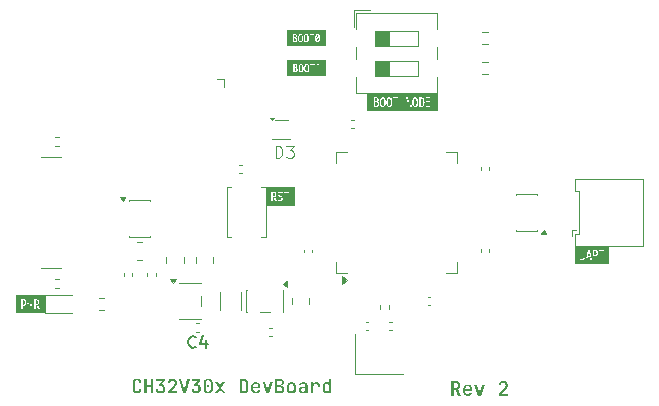
<source format=gbr>
%TF.GenerationSoftware,KiCad,Pcbnew,9.0.6*%
%TF.CreationDate,2025-12-11T07:51:36+01:00*%
%TF.ProjectId,ch32-baseboard-kicad,63683332-2d62-4617-9365-626f6172642d,rev?*%
%TF.SameCoordinates,PX5b8d800PY8954400*%
%TF.FileFunction,Legend,Top*%
%TF.FilePolarity,Positive*%
%FSLAX46Y46*%
G04 Gerber Fmt 4.6, Leading zero omitted, Abs format (unit mm)*
G04 Created by KiCad (PCBNEW 9.0.6) date 2025-12-11 07:51:36*
%MOMM*%
%LPD*%
G01*
G04 APERTURE LIST*
%ADD10C,0.100000*%
%ADD11C,0.150000*%
%ADD12C,0.120000*%
%ADD13C,0.000000*%
G04 APERTURE END LIST*
D10*
G36*
X38850476Y4722324D02*
G01*
X38916904Y4707274D01*
X38976060Y4683012D01*
X39029847Y4649013D01*
X39074310Y4607509D01*
X39110369Y4557936D01*
X39136464Y4502440D01*
X39152597Y4439728D01*
X39158217Y4368305D01*
X39151012Y4288524D01*
X39130187Y4218050D01*
X39096081Y4155081D01*
X39049900Y4100488D01*
X38994914Y4058236D01*
X38929898Y4027440D01*
X39175069Y3502000D01*
X38976939Y3502000D01*
X38748621Y4005678D01*
X38572327Y4005678D01*
X38572327Y3502000D01*
X38392735Y3502000D01*
X38392735Y4166805D01*
X38572327Y4166805D01*
X38775439Y4166805D01*
X38833705Y4173217D01*
X38881035Y4191273D01*
X38919860Y4220514D01*
X38949107Y4259382D01*
X38967161Y4306717D01*
X38973569Y4364935D01*
X38967048Y4424238D01*
X38948692Y4472355D01*
X38918981Y4511774D01*
X38879633Y4541640D01*
X38832528Y4559921D01*
X38775439Y4566362D01*
X38572327Y4566362D01*
X38572327Y4166805D01*
X38392735Y4166805D01*
X38392735Y4727562D01*
X38775439Y4727562D01*
X38850476Y4722324D01*
G37*
G36*
X39835768Y4436883D02*
G01*
X39901285Y4421796D01*
X39958796Y4397615D01*
X40010890Y4363700D01*
X40053987Y4322217D01*
X40088928Y4272538D01*
X40114122Y4217162D01*
X40129681Y4154950D01*
X40135090Y4084520D01*
X40135090Y3918337D01*
X39560924Y3918337D01*
X39560924Y3842793D01*
X39567493Y3780023D01*
X39585695Y3730668D01*
X39614633Y3691704D01*
X39653494Y3662541D01*
X39701339Y3644447D01*
X39760739Y3637995D01*
X39832184Y3645414D01*
X39886622Y3665692D01*
X39916506Y3687239D01*
X39936147Y3712446D01*
X39947072Y3742042D01*
X40126664Y3742042D01*
X40112235Y3686005D01*
X40088031Y3636820D01*
X40053764Y3593336D01*
X40008328Y3554904D01*
X39938677Y3517100D01*
X39857067Y3493533D01*
X39760739Y3485221D01*
X39676840Y3491953D01*
X39604840Y3511102D01*
X39542645Y3541812D01*
X39488677Y3584213D01*
X39444881Y3636763D01*
X39413153Y3698094D01*
X39393316Y3769925D01*
X39386315Y3854589D01*
X39386315Y4072796D01*
X39387285Y4084520D01*
X39560924Y4084520D01*
X39560924Y4045905D01*
X39960481Y4045905D01*
X39960481Y4086205D01*
X39954016Y4152578D01*
X39936270Y4204074D01*
X39908457Y4244035D01*
X39870422Y4273968D01*
X39822195Y4292687D01*
X39760739Y4299429D01*
X39699353Y4292599D01*
X39651097Y4273606D01*
X39612948Y4243155D01*
X39585104Y4202701D01*
X39567370Y4150904D01*
X39560924Y4084520D01*
X39387285Y4084520D01*
X39393315Y4157421D01*
X39413150Y4229228D01*
X39444878Y4290549D01*
X39488677Y4343100D01*
X39542649Y4385535D01*
X39604846Y4416267D01*
X39676845Y4435429D01*
X39760739Y4442164D01*
X39835768Y4436883D01*
G37*
G36*
X40651957Y3502000D02*
G01*
X40339668Y4425385D01*
X40531057Y4425385D01*
X40720760Y3834439D01*
X40750949Y3731125D01*
X40771099Y3646348D01*
X40788757Y3731125D01*
X40816454Y3834439D01*
X41004473Y4425385D01*
X41195861Y4425385D01*
X40885258Y3502000D01*
X40651957Y3502000D01*
G37*
G36*
X42412557Y3502000D02*
G01*
X42412557Y3666498D01*
X42837320Y4111411D01*
X42900507Y4187690D01*
X42939682Y4252388D01*
X42963957Y4318321D01*
X42971629Y4380029D01*
X42965383Y4439538D01*
X42947821Y4487977D01*
X42919532Y4527747D01*
X42881609Y4557919D01*
X42834915Y4576523D01*
X42776870Y4583141D01*
X42717753Y4576371D01*
X42669609Y4557240D01*
X42629958Y4526062D01*
X42600305Y4485002D01*
X42581912Y4434919D01*
X42575369Y4373288D01*
X42394092Y4373288D01*
X42401636Y4446981D01*
X42418893Y4511702D01*
X42445310Y4568853D01*
X42481471Y4620152D01*
X42525958Y4663047D01*
X42579619Y4698180D01*
X42638866Y4723349D01*
X42705285Y4738926D01*
X42780240Y4744342D01*
X42855275Y4739083D01*
X42921106Y4724033D01*
X42979176Y4699865D01*
X43031835Y4665932D01*
X43075465Y4624443D01*
X43110921Y4574788D01*
X43136562Y4519295D01*
X43152431Y4456552D01*
X43157962Y4385085D01*
X43153080Y4325557D01*
X43138019Y4263685D01*
X43111800Y4198679D01*
X43076954Y4137638D01*
X43026229Y4069189D01*
X42956461Y3992196D01*
X42637505Y3666498D01*
X43171371Y3666498D01*
X43171371Y3502000D01*
X42412557Y3502000D01*
G37*
G36*
X11767086Y3687221D02*
G01*
X11681221Y3693870D01*
X11608264Y3712684D01*
X11545966Y3742650D01*
X11492606Y3783721D01*
X11448966Y3835081D01*
X11417512Y3894554D01*
X11397936Y3963729D01*
X11391050Y4044793D01*
X11391050Y4588770D01*
X11397976Y4670761D01*
X11417612Y4740314D01*
X11449071Y4799720D01*
X11492606Y4850647D01*
X11545915Y4891345D01*
X11608194Y4921067D01*
X11681170Y4939740D01*
X11767086Y4946342D01*
X11852029Y4939713D01*
X11924440Y4920926D01*
X11986502Y4890944D01*
X12039881Y4849768D01*
X12083519Y4798444D01*
X12114972Y4738996D01*
X12134550Y4669835D01*
X12141437Y4588770D01*
X11960160Y4588770D01*
X11953810Y4650536D01*
X11936379Y4698123D01*
X11908942Y4734803D01*
X11871899Y4761987D01*
X11825507Y4779020D01*
X11767086Y4785141D01*
X11707523Y4778981D01*
X11660622Y4761912D01*
X11623545Y4734803D01*
X11596107Y4698123D01*
X11578677Y4650536D01*
X11572327Y4588770D01*
X11572327Y4044793D01*
X11578675Y3983025D01*
X11596104Y3935411D01*
X11623545Y3898686D01*
X11660622Y3871577D01*
X11707523Y3854508D01*
X11767086Y3848348D01*
X11825507Y3854469D01*
X11871899Y3871503D01*
X11908942Y3898686D01*
X11936382Y3935411D01*
X11953812Y3983025D01*
X11960160Y4044793D01*
X12141437Y4044793D01*
X12134551Y3963729D01*
X12114975Y3894554D01*
X12083521Y3835081D01*
X12039881Y3783721D01*
X11986506Y3742580D01*
X11924446Y3712620D01*
X11852033Y3693845D01*
X11767086Y3687221D01*
G37*
G36*
X12399797Y3704000D02*
G01*
X12399797Y4929562D01*
X12581074Y4929562D01*
X12581074Y4419217D01*
X12940331Y4419217D01*
X12940331Y4929562D01*
X13121681Y4929562D01*
X13121681Y3704000D01*
X12940331Y3704000D01*
X12940331Y4256331D01*
X12581074Y4256331D01*
X12581074Y3704000D01*
X12399797Y3704000D01*
G37*
G36*
X13752634Y3687221D02*
G01*
X13664862Y3693817D01*
X13590789Y3712411D01*
X13528042Y3741878D01*
X13474783Y3782036D01*
X13431121Y3832603D01*
X13399677Y3891248D01*
X13380112Y3959559D01*
X13373227Y4039737D01*
X13554577Y4039737D01*
X13560984Y3982695D01*
X13579025Y3936517D01*
X13608286Y3898760D01*
X13647017Y3870577D01*
X13694839Y3853013D01*
X13754319Y3846736D01*
X13813799Y3853013D01*
X13861621Y3870577D01*
X13900352Y3898760D01*
X13929656Y3936523D01*
X13947720Y3982701D01*
X13954134Y4039737D01*
X13954134Y4127078D01*
X13947638Y4186385D01*
X13929498Y4233589D01*
X13900352Y4271425D01*
X13861615Y4299651D01*
X13813794Y4317238D01*
X13754319Y4323522D01*
X13611657Y4323522D01*
X13611657Y4474611D01*
X13902110Y4768362D01*
X13411842Y4768362D01*
X13411842Y4929562D01*
X14103538Y4929562D01*
X14103538Y4770047D01*
X13814769Y4477908D01*
X13888225Y4464758D01*
X13950798Y4442085D01*
X14004216Y4410426D01*
X14049755Y4369611D01*
X14086553Y4320754D01*
X14113135Y4265231D01*
X14129638Y4201784D01*
X14135411Y4128763D01*
X14135411Y4039737D01*
X14128432Y3959667D01*
X14108582Y3891393D01*
X14076631Y3832709D01*
X14032170Y3782036D01*
X13978136Y3741826D01*
X13914809Y3712357D01*
X13840406Y3693794D01*
X13752634Y3687221D01*
G37*
G36*
X14405495Y3704000D02*
G01*
X14405495Y3868498D01*
X14830258Y4313411D01*
X14893444Y4389690D01*
X14932620Y4454388D01*
X14956895Y4520321D01*
X14964567Y4582029D01*
X14958320Y4641538D01*
X14940759Y4689977D01*
X14912470Y4729747D01*
X14874547Y4759919D01*
X14827853Y4778523D01*
X14769808Y4785141D01*
X14710690Y4778371D01*
X14662547Y4759240D01*
X14622896Y4728062D01*
X14593243Y4687002D01*
X14574850Y4636919D01*
X14568307Y4575288D01*
X14387030Y4575288D01*
X14394574Y4648981D01*
X14411831Y4713702D01*
X14438248Y4770853D01*
X14474409Y4822152D01*
X14518896Y4865047D01*
X14572557Y4900180D01*
X14631804Y4925349D01*
X14698223Y4940926D01*
X14773178Y4946342D01*
X14848213Y4941083D01*
X14914044Y4926033D01*
X14972114Y4901865D01*
X15024773Y4867932D01*
X15068403Y4826443D01*
X15103859Y4776788D01*
X15129499Y4721295D01*
X15145369Y4658552D01*
X15150900Y4587085D01*
X15146018Y4527557D01*
X15130957Y4465685D01*
X15104738Y4400679D01*
X15069892Y4339638D01*
X15019167Y4271189D01*
X14949399Y4194196D01*
X14630443Y3868498D01*
X15164309Y3868498D01*
X15164309Y3704000D01*
X14405495Y3704000D01*
G37*
G36*
X15661025Y3704000D02*
G01*
X15350422Y4929562D01*
X15535143Y4929562D01*
X15733199Y4113669D01*
X15765073Y3969248D01*
X15785223Y3860145D01*
X15806252Y3970054D01*
X15839005Y4115281D01*
X16028709Y4929562D01*
X16215041Y4929562D01*
X15902752Y3704000D01*
X15661025Y3704000D01*
G37*
G36*
X16773820Y3687221D02*
G01*
X16686048Y3693817D01*
X16611975Y3712411D01*
X16549228Y3741878D01*
X16495969Y3782036D01*
X16452307Y3832603D01*
X16420863Y3891248D01*
X16401298Y3959559D01*
X16394413Y4039737D01*
X16575764Y4039737D01*
X16582171Y3982695D01*
X16600211Y3936517D01*
X16629473Y3898760D01*
X16668204Y3870577D01*
X16716025Y3853013D01*
X16775505Y3846736D01*
X16834985Y3853013D01*
X16882807Y3870577D01*
X16921538Y3898760D01*
X16950843Y3936523D01*
X16968906Y3982701D01*
X16975321Y4039737D01*
X16975321Y4127078D01*
X16968824Y4186385D01*
X16950684Y4233589D01*
X16921538Y4271425D01*
X16882802Y4299651D01*
X16834980Y4317238D01*
X16775505Y4323522D01*
X16632843Y4323522D01*
X16632843Y4474611D01*
X16923297Y4768362D01*
X16433028Y4768362D01*
X16433028Y4929562D01*
X17124724Y4929562D01*
X17124724Y4770047D01*
X16835956Y4477908D01*
X16909411Y4464758D01*
X16971984Y4442085D01*
X17025402Y4410426D01*
X17070942Y4369611D01*
X17107739Y4320754D01*
X17134321Y4265231D01*
X17150824Y4201784D01*
X17156598Y4128763D01*
X17156598Y4039737D01*
X17149619Y3959667D01*
X17129768Y3891393D01*
X17097818Y3832709D01*
X17053356Y3782036D01*
X16999323Y3741826D01*
X16935996Y3712357D01*
X16861592Y3693794D01*
X16773820Y3687221D01*
G37*
G36*
X17839502Y4414021D02*
G01*
X17872400Y4394817D01*
X17894085Y4364426D01*
X17901782Y4321837D01*
X17894042Y4277572D01*
X17872400Y4246220D01*
X17839436Y4226396D01*
X17796050Y4219402D01*
X17752600Y4226399D01*
X17719626Y4246220D01*
X17697984Y4277572D01*
X17690244Y4321837D01*
X17697941Y4364426D01*
X17719626Y4394817D01*
X17752534Y4414019D01*
X17796050Y4420829D01*
X17839502Y4414021D01*
G37*
G36*
X17882611Y4939533D02*
G01*
X17956198Y4920253D01*
X18019091Y4889503D01*
X18073021Y4847277D01*
X18117158Y4794670D01*
X18148882Y4734310D01*
X18168558Y4664684D01*
X18175457Y4583714D01*
X18175457Y4051534D01*
X18169913Y3978925D01*
X18154029Y3915340D01*
X18128415Y3859266D01*
X18092940Y3809044D01*
X18049303Y3766997D01*
X17996671Y3732504D01*
X17938537Y3707934D01*
X17872181Y3692595D01*
X17796050Y3687221D01*
X17709444Y3694027D01*
X17635831Y3713296D01*
X17572930Y3744023D01*
X17519005Y3786213D01*
X17474948Y3838806D01*
X17443217Y3899418D01*
X17423496Y3969614D01*
X17416570Y4051534D01*
X17416570Y4583714D01*
X17589494Y4583714D01*
X17589494Y4051534D01*
X17596168Y3991161D01*
X17615052Y3941595D01*
X17645767Y3900445D01*
X17686484Y3869286D01*
X17735757Y3850139D01*
X17796050Y3843365D01*
X17856340Y3850141D01*
X17905587Y3869289D01*
X17946259Y3900445D01*
X17976974Y3941595D01*
X17995858Y3991161D01*
X18002533Y4051534D01*
X18002533Y4583714D01*
X17995899Y4642957D01*
X17977054Y4692003D01*
X17946259Y4733118D01*
X17905587Y4764274D01*
X17856340Y4783422D01*
X17796050Y4790197D01*
X17735757Y4783423D01*
X17686484Y4764277D01*
X17645767Y4733118D01*
X17614973Y4692003D01*
X17596127Y4642957D01*
X17589494Y4583714D01*
X17416570Y4583714D01*
X17423468Y4664684D01*
X17443144Y4734310D01*
X17474868Y4794670D01*
X17519005Y4847277D01*
X17572934Y4889500D01*
X17635837Y4920250D01*
X17709448Y4939531D01*
X17796050Y4946342D01*
X17882611Y4939533D01*
G37*
G36*
X18371608Y3704000D02*
G01*
X18695621Y4180787D01*
X18391758Y4627385D01*
X18599926Y4627385D01*
X18762812Y4372176D01*
X18786259Y4329311D01*
X18804797Y4291576D01*
X18820697Y4329311D01*
X18845024Y4372176D01*
X19006224Y4627385D01*
X19216078Y4627385D01*
X18912215Y4179102D01*
X19234542Y3704000D01*
X19026374Y3704000D01*
X18846709Y3980972D01*
X18823189Y4026328D01*
X18804797Y4066628D01*
X18784574Y4026328D01*
X18759441Y3980972D01*
X18579776Y3704000D01*
X18371608Y3704000D01*
G37*
G36*
X20874865Y4924084D02*
G01*
X20944269Y4908444D01*
X21005181Y4883400D01*
X21060460Y4848081D01*
X21106351Y4804633D01*
X21143740Y4752388D01*
X21170816Y4694045D01*
X21187488Y4628772D01*
X21193272Y4555138D01*
X21193272Y4081722D01*
X21187416Y4005827D01*
X21170677Y3939779D01*
X21143740Y3881907D01*
X21106442Y3830198D01*
X21060557Y3786748D01*
X21005181Y3750968D01*
X20944222Y3725473D01*
X20874822Y3709568D01*
X20795401Y3704000D01*
X20452923Y3704000D01*
X20452923Y3866813D01*
X20634200Y3866813D01*
X20795401Y3866813D01*
X20859151Y3873653D01*
X20910853Y3892879D01*
X20953157Y3923892D01*
X20985018Y3965375D01*
X21004832Y4017001D01*
X21011922Y4081722D01*
X21011922Y4555138D01*
X21004932Y4617609D01*
X20985206Y4668501D01*
X20953157Y4710403D01*
X20910787Y4741931D01*
X20859085Y4761432D01*
X20795401Y4768362D01*
X20634200Y4768362D01*
X20634200Y3866813D01*
X20452923Y3866813D01*
X20452923Y4929562D01*
X20795401Y4929562D01*
X20874865Y4924084D01*
G37*
G36*
X21899327Y4638883D02*
G01*
X21964844Y4623796D01*
X22022355Y4599615D01*
X22074449Y4565700D01*
X22117546Y4524217D01*
X22152487Y4474538D01*
X22177681Y4419162D01*
X22193240Y4356950D01*
X22198649Y4286520D01*
X22198649Y4120337D01*
X21624483Y4120337D01*
X21624483Y4044793D01*
X21631052Y3982023D01*
X21649254Y3932668D01*
X21678192Y3893704D01*
X21717053Y3864541D01*
X21764898Y3846447D01*
X21824298Y3839995D01*
X21895743Y3847414D01*
X21950181Y3867692D01*
X21980065Y3889239D01*
X21999706Y3914446D01*
X22010631Y3944042D01*
X22190223Y3944042D01*
X22175794Y3888005D01*
X22151590Y3838820D01*
X22117323Y3795336D01*
X22071887Y3756904D01*
X22002236Y3719100D01*
X21920626Y3695533D01*
X21824298Y3687221D01*
X21740399Y3693953D01*
X21668399Y3713102D01*
X21606204Y3743812D01*
X21552236Y3786213D01*
X21508440Y3838763D01*
X21476712Y3900094D01*
X21456875Y3971925D01*
X21449874Y4056589D01*
X21449874Y4274796D01*
X21450844Y4286520D01*
X21624483Y4286520D01*
X21624483Y4247905D01*
X22024040Y4247905D01*
X22024040Y4288205D01*
X22017575Y4354578D01*
X21999829Y4406074D01*
X21972016Y4446035D01*
X21933981Y4475968D01*
X21885754Y4494687D01*
X21824298Y4501429D01*
X21762912Y4494599D01*
X21714656Y4475606D01*
X21676507Y4445155D01*
X21648663Y4404701D01*
X21630929Y4352904D01*
X21624483Y4286520D01*
X21450844Y4286520D01*
X21456874Y4359421D01*
X21476709Y4431228D01*
X21508437Y4492549D01*
X21552236Y4545100D01*
X21606208Y4587535D01*
X21668405Y4618267D01*
X21740404Y4637429D01*
X21824298Y4644164D01*
X21899327Y4638883D01*
G37*
G36*
X22715516Y3704000D02*
G01*
X22403227Y4627385D01*
X22594616Y4627385D01*
X22784319Y4036439D01*
X22814508Y3933125D01*
X22834658Y3848348D01*
X22852316Y3933125D01*
X22880013Y4036439D01*
X23068032Y4627385D01*
X23259420Y4627385D01*
X22948817Y3704000D01*
X22715516Y3704000D01*
G37*
G36*
X23925081Y4923588D02*
G01*
X23997980Y4906811D01*
X24059412Y4880408D01*
X24111217Y4844786D01*
X24154474Y4799044D01*
X24185321Y4746099D01*
X24204394Y4684521D01*
X24211088Y4612218D01*
X24204420Y4549371D01*
X24184914Y4493073D01*
X24152323Y4441785D01*
X24109159Y4399321D01*
X24058741Y4369645D01*
X23999549Y4352026D01*
X23999549Y4346970D01*
X24066296Y4330115D01*
X24124626Y4296631D01*
X24172986Y4249348D01*
X24209403Y4190825D01*
X24231889Y4124269D01*
X24239665Y4048163D01*
X24232787Y3970710D01*
X24213172Y3904348D01*
X24181489Y3846982D01*
X24137229Y3797130D01*
X24083658Y3757590D01*
X24021126Y3728645D01*
X23947927Y3710438D01*
X23861870Y3704000D01*
X23477480Y3704000D01*
X23477480Y3860145D01*
X23653702Y3860145D01*
X23846775Y3860145D01*
X23910818Y3866582D01*
X23961927Y3884491D01*
X24002920Y3912975D01*
X24034115Y3951563D01*
X24053231Y3998600D01*
X24060000Y4056589D01*
X24053244Y4116903D01*
X24034109Y4166468D01*
X24002920Y4207678D01*
X23961602Y4238631D01*
X23910490Y4257880D01*
X23846775Y4264758D01*
X23653702Y4264758D01*
X23653702Y3860145D01*
X23477480Y3860145D01*
X23477480Y4415846D01*
X23653702Y4415846D01*
X23836737Y4415846D01*
X23894238Y4421633D01*
X23940711Y4437820D01*
X23978520Y4463693D01*
X24007398Y4498734D01*
X24025128Y4541845D01*
X24031423Y4595438D01*
X24025256Y4648018D01*
X24007837Y4690634D01*
X23979399Y4725571D01*
X23942086Y4751414D01*
X23895910Y4767613D01*
X23838422Y4773418D01*
X23653702Y4773418D01*
X23653702Y4415846D01*
X23477480Y4415846D01*
X23477480Y4929562D01*
X23838422Y4929562D01*
X23925081Y4923588D01*
G37*
G36*
X24931257Y4635714D02*
G01*
X25004008Y4616577D01*
X25066036Y4586080D01*
X25119085Y4544220D01*
X25162025Y4492204D01*
X25193271Y4430993D01*
X25212888Y4358773D01*
X25219836Y4273111D01*
X25219836Y4058201D01*
X25212881Y3973525D01*
X25193185Y3901699D01*
X25161700Y3840398D01*
X25118279Y3787898D01*
X25064748Y3745595D01*
X25002632Y3714881D01*
X24930276Y3695675D01*
X24845484Y3688906D01*
X24760695Y3695674D01*
X24688325Y3714878D01*
X24626183Y3745593D01*
X24572616Y3787898D01*
X24529196Y3840398D01*
X24497711Y3901699D01*
X24478014Y3973525D01*
X24471060Y4058201D01*
X24471060Y4273111D01*
X24472017Y4284908D01*
X24652411Y4284908D01*
X24652411Y4046478D01*
X24658732Y3984690D01*
X24676126Y3936775D01*
X24703555Y3899566D01*
X24740668Y3871874D01*
X24787083Y3854562D01*
X24845484Y3848348D01*
X24903835Y3854562D01*
X24950201Y3871873D01*
X24987267Y3899566D01*
X25014739Y3936781D01*
X25032156Y3984696D01*
X25038485Y4046478D01*
X25038485Y4284908D01*
X25032155Y4346688D01*
X25014736Y4394576D01*
X24987267Y4431746D01*
X24950201Y4459439D01*
X24903835Y4476750D01*
X24845484Y4482964D01*
X24787083Y4476750D01*
X24740668Y4459438D01*
X24703555Y4431746D01*
X24676129Y4394582D01*
X24658733Y4346694D01*
X24652411Y4284908D01*
X24472017Y4284908D01*
X24478007Y4358773D01*
X24497625Y4430993D01*
X24528871Y4492204D01*
X24571810Y4544220D01*
X24624895Y4586083D01*
X24686949Y4616580D01*
X24759714Y4635715D01*
X24845484Y4642479D01*
X24931257Y4635714D01*
G37*
G36*
X25941979Y4638327D02*
G01*
X26013286Y4622056D01*
X26072307Y4596667D01*
X26121092Y4562685D01*
X26161557Y4518900D01*
X26190650Y4467516D01*
X26208775Y4407019D01*
X26215174Y4335246D01*
X26215174Y3704000D01*
X26037194Y3704000D01*
X26037194Y3876924D01*
X26035509Y3876924D01*
X26020763Y3821416D01*
X25993093Y3775589D01*
X25951538Y3737559D01*
X25901035Y3710696D01*
X25838240Y3693457D01*
X25760150Y3687221D01*
X25690220Y3692698D01*
X25630709Y3708213D01*
X25579792Y3732961D01*
X25536081Y3766942D01*
X25500104Y3809377D01*
X25474389Y3857540D01*
X25458526Y3912555D01*
X25452990Y3975989D01*
X25454224Y3989398D01*
X25634267Y3989398D01*
X25639781Y3944535D01*
X25655440Y3907957D01*
X25681235Y3877730D01*
X25714873Y3855751D01*
X25757693Y3841720D01*
X25812247Y3836624D01*
X25878816Y3842723D01*
X25931842Y3859606D01*
X25974180Y3886157D01*
X26007142Y3922732D01*
X26026914Y3966455D01*
X26033824Y4019587D01*
X26033824Y4138802D01*
X25792096Y4138802D01*
X25745679Y4133779D01*
X25707973Y4119649D01*
X25677058Y4096816D01*
X25653466Y4066568D01*
X25639226Y4031266D01*
X25634267Y3989398D01*
X25454224Y3989398D01*
X25458877Y4039972D01*
X25475765Y4095387D01*
X25503249Y4143896D01*
X25541943Y4186649D01*
X25588419Y4220585D01*
X25642354Y4245385D01*
X25705151Y4260951D01*
X25778614Y4266443D01*
X26033824Y4266443D01*
X26033824Y4333561D01*
X26026225Y4392436D01*
X26005564Y4435013D01*
X25972416Y4465570D01*
X25923880Y4485525D01*
X25854232Y4493076D01*
X25801165Y4489284D01*
X25758733Y4478865D01*
X25724905Y4462814D01*
X25697061Y4439574D01*
X25680131Y4412038D01*
X25672882Y4378917D01*
X25494902Y4378917D01*
X25504607Y4434397D01*
X25524847Y4483919D01*
X25555908Y4528687D01*
X25599023Y4569426D01*
X25648305Y4600781D01*
X25706393Y4624086D01*
X25774913Y4638898D01*
X25855844Y4644164D01*
X25941979Y4638327D01*
G37*
G36*
X26530540Y3704000D02*
G01*
X26530540Y4627385D01*
X26710132Y4627385D01*
X26710132Y4446035D01*
X26725364Y4504406D01*
X26751598Y4552160D01*
X26789047Y4591261D01*
X26835400Y4619765D01*
X26892150Y4637731D01*
X26961971Y4644164D01*
X27032329Y4638062D01*
X27091387Y4620825D01*
X27141284Y4593272D01*
X27183548Y4555138D01*
X27216559Y4508850D01*
X27241133Y4453070D01*
X27256839Y4385905D01*
X27262463Y4304984D01*
X27262463Y4222772D01*
X27081186Y4222772D01*
X27081186Y4300002D01*
X27075349Y4360622D01*
X27059558Y4406103D01*
X27035171Y4440030D01*
X27001775Y4464644D01*
X26957274Y4480494D01*
X26898224Y4486335D01*
X26840034Y4479868D01*
X26794862Y4461981D01*
X26759665Y4433432D01*
X26734275Y4395408D01*
X26717857Y4345391D01*
X26711817Y4279852D01*
X26711817Y3704000D01*
X26530540Y3704000D01*
G37*
G36*
X28229298Y3704000D02*
G01*
X28049633Y3704000D01*
X28049633Y3878610D01*
X28031485Y3821492D01*
X28003311Y3775085D01*
X27964856Y3737559D01*
X27918292Y3710234D01*
X27863291Y3693228D01*
X27797794Y3687221D01*
X27730533Y3693460D01*
X27672564Y3711326D01*
X27622077Y3740363D01*
X27577829Y3781230D01*
X27543072Y3830181D01*
X27517495Y3887611D01*
X27501342Y3955126D01*
X27495617Y4034754D01*
X27495617Y4293261D01*
X27676967Y4293261D01*
X27676967Y4039737D01*
X27683293Y3973225D01*
X27700104Y3925285D01*
X27725621Y3891213D01*
X27760705Y3866404D01*
X27805147Y3850721D01*
X27861615Y3845051D01*
X27917526Y3851385D01*
X27962280Y3869148D01*
X27998415Y3897880D01*
X28024909Y3936023D01*
X28041800Y3985069D01*
X28047948Y4048163D01*
X28047948Y4284908D01*
X28041835Y4346853D01*
X28024976Y4395365D01*
X27998415Y4433432D01*
X27962274Y4462207D01*
X27917521Y4479993D01*
X27861615Y4486335D01*
X27805147Y4480665D01*
X27760705Y4464982D01*
X27725621Y4440173D01*
X27700039Y4406133D01*
X27683259Y4358660D01*
X27676967Y4293261D01*
X27495617Y4293261D01*
X27495617Y4294946D01*
X27501365Y4375499D01*
X27517555Y4443558D01*
X27543137Y4501221D01*
X27577829Y4550155D01*
X27622077Y4591022D01*
X27672564Y4620060D01*
X27730533Y4637925D01*
X27797794Y4644164D01*
X27862175Y4638218D01*
X27917259Y4621247D01*
X27964856Y4593753D01*
X28004488Y4556185D01*
X28033758Y4509778D01*
X28053004Y4452776D01*
X28047948Y4666000D01*
X28047948Y4929562D01*
X28229298Y4929562D01*
X28229298Y3704000D01*
G37*
D11*
X16740833Y7640420D02*
X16693214Y7592800D01*
X16693214Y7592800D02*
X16550357Y7545181D01*
X16550357Y7545181D02*
X16455119Y7545181D01*
X16455119Y7545181D02*
X16312262Y7592800D01*
X16312262Y7592800D02*
X16217024Y7688039D01*
X16217024Y7688039D02*
X16169405Y7783277D01*
X16169405Y7783277D02*
X16121786Y7973753D01*
X16121786Y7973753D02*
X16121786Y8116610D01*
X16121786Y8116610D02*
X16169405Y8307086D01*
X16169405Y8307086D02*
X16217024Y8402324D01*
X16217024Y8402324D02*
X16312262Y8497562D01*
X16312262Y8497562D02*
X16455119Y8545181D01*
X16455119Y8545181D02*
X16550357Y8545181D01*
X16550357Y8545181D02*
X16693214Y8497562D01*
X16693214Y8497562D02*
X16740833Y8449943D01*
X17597976Y8211848D02*
X17597976Y7545181D01*
X17359881Y8592800D02*
X17121786Y7878515D01*
X17121786Y7878515D02*
X17740833Y7878515D01*
D10*
X23515905Y23637581D02*
X23515905Y24637581D01*
X23515905Y24637581D02*
X23754000Y24637581D01*
X23754000Y24637581D02*
X23896857Y24589962D01*
X23896857Y24589962D02*
X23992095Y24494724D01*
X23992095Y24494724D02*
X24039714Y24399486D01*
X24039714Y24399486D02*
X24087333Y24209010D01*
X24087333Y24209010D02*
X24087333Y24066153D01*
X24087333Y24066153D02*
X24039714Y23875677D01*
X24039714Y23875677D02*
X23992095Y23780439D01*
X23992095Y23780439D02*
X23896857Y23685200D01*
X23896857Y23685200D02*
X23754000Y23637581D01*
X23754000Y23637581D02*
X23515905Y23637581D01*
X24420667Y24637581D02*
X25039714Y24637581D01*
X25039714Y24637581D02*
X24706381Y24256629D01*
X24706381Y24256629D02*
X24849238Y24256629D01*
X24849238Y24256629D02*
X24944476Y24209010D01*
X24944476Y24209010D02*
X24992095Y24161391D01*
X24992095Y24161391D02*
X25039714Y24066153D01*
X25039714Y24066153D02*
X25039714Y23828058D01*
X25039714Y23828058D02*
X24992095Y23732820D01*
X24992095Y23732820D02*
X24944476Y23685200D01*
X24944476Y23685200D02*
X24849238Y23637581D01*
X24849238Y23637581D02*
X24563524Y23637581D01*
X24563524Y23637581D02*
X24468286Y23685200D01*
X24468286Y23685200D02*
X24420667Y23732820D01*
D12*
%TO.C,R3*%
X11772936Y15015000D02*
X12227064Y15015000D01*
X11772936Y16485000D02*
X12227064Y16485000D01*
%TO.C,R5*%
X8987258Y11772500D02*
X8512742Y11772500D01*
X8987258Y10727500D02*
X8512742Y10727500D01*
%TO.C,R2*%
X4846359Y25380000D02*
X5153641Y25380000D01*
X4846359Y24620000D02*
X5153641Y24620000D01*
%TO.C,C6*%
X22962164Y9260000D02*
X23177836Y9260000D01*
X22962164Y8540000D02*
X23177836Y8540000D01*
%TO.C,C12*%
X25890000Y15622164D02*
X25890000Y15837836D01*
X26610000Y15622164D02*
X26610000Y15837836D01*
%TO.C,C7*%
X24865000Y11238748D02*
X24865000Y11761252D01*
X26335000Y11238748D02*
X26335000Y11761252D01*
%TO.C,D4*%
X43840000Y20560000D02*
X45660000Y20560000D01*
X43840000Y20510000D02*
X43840000Y20560000D01*
X43840000Y17440000D02*
X43840000Y17490000D01*
X45660000Y20560000D02*
X45660000Y20510000D01*
X45660000Y17490000D02*
X45660000Y17440000D01*
X45660000Y17440000D02*
X43840000Y17440000D01*
X46440000Y17160000D02*
X45960000Y17160000D01*
X46200000Y17490000D01*
X46440000Y17160000D01*
G36*
X46440000Y17160000D02*
G01*
X45960000Y17160000D01*
X46200000Y17490000D01*
X46440000Y17160000D01*
G37*
%TO.C,C2*%
X12640000Y13857836D02*
X12640000Y13642164D01*
X13360000Y13857836D02*
X13360000Y13642164D01*
%TO.C,R8*%
X32370000Y10846359D02*
X32370000Y11153641D01*
X33130000Y10846359D02*
X33130000Y11153641D01*
%TO.C,C4*%
X17015336Y9610000D02*
X16799664Y9610000D01*
X17015336Y8890000D02*
X16799664Y8890000D01*
%TO.C,J1*%
X3600000Y23670000D02*
X5300000Y23670000D01*
X3600000Y14330000D02*
X5300000Y14330000D01*
%TO.C,D1*%
X11090000Y20060000D02*
X12910000Y20060000D01*
X11090000Y20010000D02*
X11090000Y20060000D01*
X11090000Y16940000D02*
X11090000Y16990000D01*
X12910000Y20060000D02*
X12910000Y20010000D01*
X12910000Y16990000D02*
X12910000Y16940000D01*
X12910000Y16940000D02*
X11090000Y16940000D01*
X10550000Y20010000D02*
X10310000Y20340000D01*
X10790000Y20340000D01*
X10550000Y20010000D01*
G36*
X10550000Y20010000D02*
G01*
X10310000Y20340000D01*
X10790000Y20340000D01*
X10550000Y20010000D01*
G37*
%TO.C,SW1*%
X30100000Y36120000D02*
X30100000Y34737000D01*
X30100000Y36120000D02*
X31483000Y36120000D01*
X30340000Y35880000D02*
X30340000Y34570000D01*
X30340000Y35880000D02*
X37160000Y35880000D01*
X30340000Y32970000D02*
X30340000Y32030000D01*
X30340000Y30430000D02*
X30340000Y29120000D01*
X30340000Y29120000D02*
X37160000Y29120000D01*
X33146667Y34405000D02*
X33146667Y33135000D01*
X33146667Y31865000D02*
X33146667Y30595000D01*
X37160000Y35880000D02*
X37160000Y34570000D01*
X37160000Y32970000D02*
X37160000Y32030000D01*
X37160000Y30430000D02*
X37160000Y29120000D01*
X31940000Y34405000D02*
X33146667Y34405000D01*
X33146667Y33135000D01*
X31940000Y33135000D01*
X31940000Y34405000D01*
G36*
X31940000Y34405000D02*
G01*
X33146667Y34405000D01*
X33146667Y33135000D01*
X31940000Y33135000D01*
X31940000Y34405000D01*
G37*
X31940000Y34405000D02*
X35560000Y34405000D01*
X35560000Y33135000D01*
X31940000Y33135000D01*
X31940000Y34405000D01*
X31940000Y31865000D02*
X33146667Y31865000D01*
X33146667Y30595000D01*
X31940000Y30595000D01*
X31940000Y31865000D01*
G36*
X31940000Y31865000D02*
G01*
X33146667Y31865000D01*
X33146667Y30595000D01*
X31940000Y30595000D01*
X31940000Y31865000D01*
G37*
X31940000Y31865000D02*
X35560000Y31865000D01*
X35560000Y30595000D01*
X31940000Y30595000D01*
X31940000Y31865000D01*
%TO.C,C14*%
X33142164Y9760000D02*
X33357836Y9760000D01*
X33142164Y9040000D02*
X33357836Y9040000D01*
%TO.C,C11*%
X36392164Y11860000D02*
X36607836Y11860000D01*
X36392164Y11140000D02*
X36607836Y11140000D01*
%TO.C,J2*%
X18520000Y30270000D02*
X19155000Y30270000D01*
X19155000Y30270000D02*
X19155000Y29635000D01*
%TO.C,R1*%
X4846359Y13380000D02*
X5153641Y13380000D01*
X4846359Y12620000D02*
X5153641Y12620000D01*
%TO.C,SW2*%
X19350000Y21125000D02*
X19740000Y21125000D01*
X19350000Y16925000D02*
X19350000Y21125000D01*
X19740000Y16925000D02*
X19350000Y16925000D01*
X22260000Y16925000D02*
X22650000Y16925000D01*
X22650000Y21125000D02*
X22260000Y21125000D01*
X22650000Y16925000D02*
X22650000Y21125000D01*
%TO.C,R4*%
X18790000Y12227064D02*
X18790000Y10772936D01*
X20610000Y12227064D02*
X20610000Y10772936D01*
%TO.C,U1*%
X28640000Y24110000D02*
X29590000Y24110000D01*
X28640000Y23160000D02*
X28640000Y24110000D01*
X28640000Y13890000D02*
X28640000Y14840000D01*
X29590000Y13890000D02*
X28640000Y13890000D01*
X37910000Y24110000D02*
X38860000Y24110000D01*
X38860000Y24110000D02*
X38860000Y23160000D01*
X38860000Y14840000D02*
X38860000Y13890000D01*
X38860000Y13890000D02*
X37910000Y13890000D01*
X29590000Y13250000D02*
X29120000Y12910000D01*
X29120000Y13590000D01*
X29590000Y13250000D01*
G36*
X29590000Y13250000D02*
G01*
X29120000Y12910000D01*
X29120000Y13590000D01*
X29590000Y13250000D01*
G37*
%TO.C,J3*%
X48600000Y17500000D02*
X48600000Y17000000D01*
X48890000Y21860000D02*
X54610000Y21860000D01*
X48890000Y20790000D02*
X48890000Y21860000D01*
X48890000Y17210000D02*
X48890000Y16140000D01*
X48890000Y16140000D02*
X54610000Y16140000D01*
X48900000Y17500000D02*
X48600000Y17500000D01*
X49190000Y20790000D02*
X48890000Y20790000D01*
X49190000Y19000000D02*
X49190000Y20790000D01*
X49190000Y19000000D02*
X49190000Y17210000D01*
X49190000Y17210000D02*
X48890000Y17210000D01*
X54610000Y21860000D02*
X54610000Y19000000D01*
X54610000Y16140000D02*
X54610000Y19000000D01*
D13*
%TO.C,kibuzzard-692C82B7*%
G36*
X32073333Y28654170D02*
G01*
X32113881Y28616545D01*
X32127397Y28553836D01*
X32118630Y28496164D01*
X32092329Y28456849D01*
X32047397Y28434247D01*
X31982740Y28426712D01*
X31950959Y28426712D01*
X31950959Y28657945D01*
X32005753Y28666712D01*
X32073333Y28654170D01*
G37*
G36*
X32064384Y28324521D02*
G01*
X32110959Y28297397D01*
X32138082Y28250548D01*
X32147123Y28182329D01*
X32138767Y28115068D01*
X32113699Y28068904D01*
X32071644Y28042192D01*
X32012329Y28033288D01*
X31950959Y28042055D01*
X31950959Y28333562D01*
X31996986Y28333562D01*
X32064384Y28324521D01*
G37*
G36*
X35900822Y28648630D02*
G01*
X35953151Y28597671D01*
X35975677Y28541172D01*
X35989193Y28462268D01*
X35993699Y28360959D01*
X35989254Y28249056D01*
X35975921Y28163212D01*
X35953699Y28103425D01*
X35901507Y28050822D01*
X35824932Y28033288D01*
X35775616Y28043151D01*
X35775616Y28655753D01*
X35824932Y28665616D01*
X35900822Y28648630D01*
G37*
G36*
X32638904Y28648767D02*
G01*
X32677534Y28598219D01*
X32693973Y28540685D01*
X32703836Y28457945D01*
X32707123Y28350000D01*
X32703836Y28242055D01*
X32693973Y28159315D01*
X32677534Y28101781D01*
X32638904Y28051233D01*
X32582192Y28034384D01*
X32525479Y28051233D01*
X32486849Y28101781D01*
X32470411Y28159315D01*
X32460548Y28242055D01*
X32457260Y28350000D01*
X32460548Y28457945D01*
X32470411Y28540685D01*
X32486849Y28598219D01*
X32525479Y28648767D01*
X32582192Y28665616D01*
X32638904Y28648767D01*
G37*
G36*
X33186849Y28648767D02*
G01*
X33225479Y28598219D01*
X33241918Y28540685D01*
X33251781Y28457945D01*
X33255068Y28350000D01*
X33251781Y28242055D01*
X33241918Y28159315D01*
X33225479Y28101781D01*
X33186849Y28051233D01*
X33130137Y28034384D01*
X33073425Y28051233D01*
X33034795Y28101781D01*
X33018356Y28159315D01*
X33008493Y28242055D01*
X33005205Y28350000D01*
X33008493Y28457945D01*
X33018356Y28540685D01*
X33034795Y28598219D01*
X33073425Y28648767D01*
X33130137Y28665616D01*
X33186849Y28648767D01*
G37*
G36*
X35378630Y28648767D02*
G01*
X35417260Y28598219D01*
X35433699Y28540685D01*
X35443562Y28457945D01*
X35446849Y28350000D01*
X35443562Y28242055D01*
X35433699Y28159315D01*
X35417260Y28101781D01*
X35378630Y28051233D01*
X35321918Y28034384D01*
X35265205Y28051233D01*
X35226575Y28101781D01*
X35210137Y28159315D01*
X35200274Y28242055D01*
X35196986Y28350000D01*
X35200274Y28457945D01*
X35210137Y28540685D01*
X35226575Y28598219D01*
X35265205Y28648767D01*
X35321918Y28665616D01*
X35378630Y28648767D01*
G37*
G36*
X37220000Y27555479D02*
G01*
X37219909Y27555479D01*
X36611781Y27555479D01*
X35824932Y27555479D01*
X35321918Y27555479D01*
X34631507Y27555479D01*
X33739452Y27555479D01*
X33130137Y27555479D01*
X32582192Y27555479D01*
X32012329Y27555479D01*
X31220091Y27555479D01*
X31220000Y27555479D01*
X31220000Y28739041D01*
X31828219Y28739041D01*
X31828219Y27960959D01*
X31888615Y27948782D01*
X31949985Y27941476D01*
X32012329Y27939041D01*
X32090015Y27945738D01*
X32153577Y27965830D01*
X32203014Y27999315D01*
X32238326Y28046195D01*
X32259513Y28106469D01*
X32266575Y28180137D01*
X32256027Y28253562D01*
X32224384Y28316027D01*
X32189089Y28350000D01*
X32341096Y28350000D01*
X32344079Y28254049D01*
X32353029Y28172222D01*
X32367945Y28104521D01*
X32400959Y28026986D01*
X32446301Y27976301D01*
X32506027Y27948356D01*
X32582192Y27939041D01*
X32658356Y27948356D01*
X32718082Y27976301D01*
X32763425Y28026986D01*
X32796438Y28104521D01*
X32811355Y28172222D01*
X32820304Y28254049D01*
X32823288Y28350000D01*
X32889041Y28350000D01*
X32892024Y28254049D01*
X32900974Y28172222D01*
X32915890Y28104521D01*
X32948904Y28026986D01*
X32994247Y27976301D01*
X33053973Y27948356D01*
X33130137Y27939041D01*
X33206301Y27948356D01*
X33266027Y27976301D01*
X33311370Y28026986D01*
X33344384Y28104521D01*
X33359300Y28172222D01*
X33368250Y28254049D01*
X33371233Y28350000D01*
X33368250Y28445951D01*
X33359300Y28527778D01*
X33344384Y28595479D01*
X33319186Y28654658D01*
X33453425Y28654658D01*
X33616712Y28654658D01*
X33616712Y27950000D01*
X33739452Y27950000D01*
X34524110Y27950000D01*
X34631507Y27950000D01*
X34650137Y28629452D01*
X34653425Y28629452D01*
X34715890Y28136301D01*
X34820000Y28136301D01*
X34887945Y28629452D01*
X34889041Y28629452D01*
X34905479Y27950000D01*
X35022740Y27950000D01*
X35002466Y28350000D01*
X35080822Y28350000D01*
X35083805Y28254049D01*
X35092755Y28172222D01*
X35107671Y28104521D01*
X35140685Y28026986D01*
X35186027Y27976301D01*
X35245753Y27948356D01*
X35321918Y27939041D01*
X35398082Y27948356D01*
X35457808Y27976301D01*
X35503151Y28026986D01*
X35536164Y28104521D01*
X35551081Y28172222D01*
X35560030Y28254049D01*
X35563014Y28350000D01*
X35560030Y28445951D01*
X35551081Y28527778D01*
X35536164Y28595479D01*
X35503151Y28673014D01*
X35457808Y28723699D01*
X35425018Y28739041D01*
X35652877Y28739041D01*
X35652877Y27960959D01*
X35735342Y27944521D01*
X35824932Y27939041D01*
X35915890Y27948493D01*
X35919676Y27950000D01*
X36228219Y27950000D01*
X36611781Y27950000D01*
X36611781Y28045342D01*
X36350959Y28045342D01*
X36350959Y28333562D01*
X36600822Y28333562D01*
X36600822Y28426712D01*
X36350959Y28426712D01*
X36350959Y28654658D01*
X36611781Y28654658D01*
X36611781Y28750000D01*
X36228219Y28750000D01*
X36228219Y27950000D01*
X35919676Y27950000D01*
X35987123Y27976849D01*
X36041233Y28028493D01*
X36080822Y28107808D01*
X36098782Y28177336D01*
X36109559Y28261720D01*
X36113151Y28360959D01*
X36108938Y28463390D01*
X36096301Y28549315D01*
X36075240Y28618733D01*
X36045753Y28671644D01*
X35991263Y28721263D01*
X35917656Y28751035D01*
X35824932Y28760959D01*
X35738630Y28755479D01*
X35652877Y28739041D01*
X35425018Y28739041D01*
X35398082Y28751644D01*
X35321918Y28760959D01*
X35245753Y28751644D01*
X35186027Y28723699D01*
X35140685Y28673014D01*
X35107671Y28595479D01*
X35092755Y28527778D01*
X35083805Y28445951D01*
X35080822Y28350000D01*
X35002466Y28350000D01*
X34982192Y28750000D01*
X34844110Y28750000D01*
X34778356Y28240411D01*
X34776164Y28240411D01*
X34709315Y28750000D01*
X34565753Y28750000D01*
X34524110Y27950000D01*
X33739452Y27950000D01*
X33739452Y28654658D01*
X33902740Y28654658D01*
X33902740Y28750000D01*
X33453425Y28750000D01*
X33453425Y28654658D01*
X33319186Y28654658D01*
X33311370Y28673014D01*
X33266027Y28723699D01*
X33206301Y28751644D01*
X33130137Y28760959D01*
X33053973Y28751644D01*
X32994247Y28723699D01*
X32948904Y28673014D01*
X32915890Y28595479D01*
X32900974Y28527778D01*
X32892024Y28445951D01*
X32889041Y28350000D01*
X32823288Y28350000D01*
X32820304Y28445951D01*
X32811355Y28527778D01*
X32796438Y28595479D01*
X32763425Y28673014D01*
X32718082Y28723699D01*
X32658356Y28751644D01*
X32582192Y28760959D01*
X32506027Y28751644D01*
X32446301Y28723699D01*
X32400959Y28673014D01*
X32367945Y28595479D01*
X32353029Y28527778D01*
X32344079Y28445951D01*
X32341096Y28350000D01*
X32189089Y28350000D01*
X32176849Y28361781D01*
X32118630Y28385068D01*
X32118630Y28386164D01*
X32170000Y28408630D01*
X32210137Y28447534D01*
X32236027Y28499589D01*
X32244658Y28561507D01*
X32235101Y28633310D01*
X32206433Y28689156D01*
X32158652Y28729047D01*
X32091759Y28752981D01*
X32005753Y28760959D01*
X31915342Y28755479D01*
X31828219Y28739041D01*
X31220000Y28739041D01*
X31220000Y29144521D01*
X31220091Y29144521D01*
X37219909Y29144521D01*
X37220000Y29144521D01*
X37220000Y27555479D01*
G37*
D12*
%TO.C,R6*%
X41487258Y34272500D02*
X41012742Y34272500D01*
X41487258Y33227500D02*
X41012742Y33227500D01*
%TO.C,C8*%
X29912164Y26860000D02*
X30127836Y26860000D01*
X29912164Y26140000D02*
X30127836Y26140000D01*
%TO.C,C1*%
X10640000Y13837836D02*
X10640000Y13622164D01*
X11360000Y13837836D02*
X11360000Y13622164D01*
D13*
%TO.C,kibuzzard-692C82FA*%
G36*
X23378630Y20666986D02*
G01*
X23420000Y20641096D01*
X23444658Y20596575D01*
X23452877Y20532055D01*
X23444110Y20464658D01*
X23417808Y20420274D01*
X23370685Y20395616D01*
X23299452Y20387397D01*
X23256712Y20387397D01*
X23256712Y20666849D01*
X23320274Y20675616D01*
X23378630Y20666986D01*
G37*
G36*
X25150000Y19565479D02*
G01*
X25149909Y19565479D01*
X24502740Y19565479D01*
X23876986Y19565479D01*
X23594247Y19565479D01*
X22650091Y19565479D01*
X22650000Y19565479D01*
X22650000Y20749041D01*
X23133973Y20749041D01*
X23133973Y19960000D01*
X23256712Y19960000D01*
X23256712Y20292055D01*
X23299452Y20292055D01*
X23365753Y20270685D01*
X23386712Y20239863D01*
X23404658Y20190137D01*
X23468219Y19960000D01*
X23594247Y19960000D01*
X23526301Y20183562D01*
X23491233Y20269589D01*
X23449589Y20323836D01*
X23449589Y20326027D01*
X23503288Y20357397D01*
X23541644Y20402192D01*
X23564658Y20460411D01*
X23572329Y20532055D01*
X23569571Y20562740D01*
X23685205Y20562740D01*
X23696575Y20484932D01*
X23730685Y20420274D01*
X23768371Y20382283D01*
X23820791Y20345753D01*
X23887945Y20310685D01*
X23934932Y20282466D01*
X23966301Y20250411D01*
X23983973Y20211507D01*
X23989863Y20162740D01*
X23982192Y20111644D01*
X23959178Y20074521D01*
X23922466Y20051918D01*
X23873699Y20044384D01*
X23809528Y20052298D01*
X23748524Y20076043D01*
X23690685Y20115616D01*
X23690685Y20001644D01*
X23746941Y19972420D01*
X23809041Y19954886D01*
X23876986Y19949041D01*
X23961808Y19957808D01*
X24027781Y19984110D01*
X24074904Y20027945D01*
X24103178Y20089315D01*
X24112603Y20168219D01*
X24100822Y20252877D01*
X24065479Y20320548D01*
X24025419Y20359635D01*
X23968067Y20397991D01*
X23893425Y20435616D01*
X23844718Y20468371D01*
X23815495Y20512572D01*
X23805753Y20568219D01*
X23813425Y20613151D01*
X23836438Y20647123D01*
X23872877Y20668493D01*
X23920822Y20675616D01*
X24006027Y20663836D01*
X24090685Y20628493D01*
X24090685Y20664658D01*
X24216712Y20664658D01*
X24380000Y20664658D01*
X24380000Y19960000D01*
X24502740Y19960000D01*
X24502740Y20664658D01*
X24666027Y20664658D01*
X24666027Y20760000D01*
X24216712Y20760000D01*
X24216712Y20664658D01*
X24090685Y20664658D01*
X24090685Y20738082D01*
X24031750Y20756347D01*
X23970381Y20767306D01*
X23906575Y20770959D01*
X23841126Y20764871D01*
X23786514Y20746606D01*
X23742740Y20716164D01*
X23699589Y20650411D01*
X23685205Y20562740D01*
X23569571Y20562740D01*
X23565571Y20607245D01*
X23545297Y20667702D01*
X23511507Y20713425D01*
X23463227Y20745388D01*
X23399482Y20764566D01*
X23320274Y20770959D01*
X23257199Y20768524D01*
X23195099Y20761218D01*
X23133973Y20749041D01*
X22650000Y20749041D01*
X22650000Y21154521D01*
X22650091Y21154521D01*
X25149909Y21154521D01*
X25150000Y21154521D01*
X25150000Y19565479D01*
G37*
D12*
%TO.C,C13*%
X31357836Y9760000D02*
X31142164Y9760000D01*
X31357836Y9040000D02*
X31142164Y9040000D01*
%TO.C,X1*%
X30190000Y8710000D02*
X30190000Y5290000D01*
X30190000Y5290000D02*
X34310000Y5290000D01*
D13*
%TO.C,kibuzzard-692C8041*%
G36*
X2220000Y11550000D02*
G01*
X2261233Y11519589D01*
X2285479Y11466438D01*
X2293562Y11388082D01*
X2285479Y11303836D01*
X2261233Y11248356D01*
X2220000Y11217534D01*
X2160959Y11207260D01*
X2097397Y11214932D01*
X2097397Y11551370D01*
X2160959Y11560137D01*
X2220000Y11550000D01*
G37*
G36*
X3309726Y11551507D02*
G01*
X3351096Y11525616D01*
X3375753Y11481096D01*
X3383973Y11416575D01*
X3375205Y11349178D01*
X3348904Y11304795D01*
X3301781Y11280137D01*
X3230548Y11271918D01*
X3187808Y11271918D01*
X3187808Y11551370D01*
X3251370Y11560137D01*
X3309726Y11551507D01*
G37*
G36*
X4000000Y10460959D02*
G01*
X3999909Y10460959D01*
X3525342Y10460959D01*
X2920411Y10460959D01*
X2097397Y10460959D01*
X1500091Y10460959D01*
X1500000Y10460959D01*
X1500000Y11633562D01*
X1974658Y11633562D01*
X1974658Y10844521D01*
X2097397Y10844521D01*
X2097397Y11118493D01*
X2160959Y11113014D01*
X2239072Y11120320D01*
X2302451Y11142237D01*
X2351096Y11178767D01*
X2385495Y11231248D01*
X2406134Y11301020D01*
X2413014Y11388082D01*
X2406317Y11473623D01*
X2386225Y11541750D01*
X2352740Y11592466D01*
X2304642Y11627473D01*
X2252758Y11644521D01*
X2465616Y11644521D01*
X2536849Y10844521D01*
X2655205Y10844521D01*
X2719863Y11381507D01*
X2723151Y11381507D01*
X2777945Y10844521D01*
X2920411Y10844521D01*
X2990668Y11633562D01*
X3065068Y11633562D01*
X3065068Y10844521D01*
X3187808Y10844521D01*
X3187808Y11176575D01*
X3230548Y11176575D01*
X3296849Y11155205D01*
X3317808Y11124384D01*
X3335753Y11074658D01*
X3399315Y10844521D01*
X3525342Y10844521D01*
X3457397Y11068082D01*
X3422329Y11154110D01*
X3380685Y11208356D01*
X3380685Y11210548D01*
X3434384Y11241918D01*
X3472740Y11286712D01*
X3495753Y11344932D01*
X3503425Y11416575D01*
X3496667Y11491766D01*
X3476393Y11552222D01*
X3442603Y11597945D01*
X3394323Y11629909D01*
X3330578Y11649087D01*
X3251370Y11655479D01*
X3188295Y11653044D01*
X3126195Y11645738D01*
X3065068Y11633562D01*
X2990668Y11633562D01*
X2991644Y11644521D01*
X2882055Y11644521D01*
X2841507Y10959589D01*
X2839315Y10959589D01*
X2781233Y11513014D01*
X2683699Y11513014D01*
X2623425Y11036301D01*
X2621233Y11036301D01*
X2582877Y11644521D01*
X2465616Y11644521D01*
X2252758Y11644521D01*
X2240715Y11648478D01*
X2160959Y11655479D01*
X2097884Y11653044D01*
X2035784Y11645738D01*
X1974658Y11633562D01*
X1500000Y11633562D01*
X1500000Y12039041D01*
X1500091Y12039041D01*
X3999909Y12039041D01*
X4000000Y12039041D01*
X4000000Y10460959D01*
G37*
D12*
%TO.C,D3*%
X23432216Y26812800D02*
X24567784Y26812800D01*
X24762000Y25187200D02*
X23238000Y25187200D01*
X23187200Y26812800D02*
X23047200Y27002800D01*
X23327200Y27002800D01*
X23187200Y26812800D01*
G36*
X23187200Y26812800D02*
G01*
X23047200Y27002800D01*
X23327200Y27002800D01*
X23187200Y26812800D01*
G37*
%TO.C,U3*%
X21040000Y12410000D02*
X21090000Y12410000D01*
X21040000Y10590000D02*
X21040000Y12410000D01*
X21090000Y10590000D02*
X21040000Y10590000D01*
X22990000Y10590000D02*
X22210000Y10590000D01*
X24110000Y12410000D02*
X24160000Y12410000D01*
X24160000Y12410000D02*
X24160000Y10590000D01*
X24160000Y10590000D02*
X24110000Y10590000D01*
X24440000Y12710000D02*
X24110000Y12950000D01*
X24440000Y13190000D01*
X24440000Y12710000D01*
G36*
X24440000Y12710000D02*
G01*
X24110000Y12950000D01*
X24440000Y13190000D01*
X24440000Y12710000D01*
G37*
D13*
%TO.C,kibuzzard-6935C0F9*%
G36*
X25169543Y34036149D02*
G01*
X25205023Y34003227D01*
X25216849Y33948356D01*
X25209178Y33897894D01*
X25186164Y33863493D01*
X25146849Y33843716D01*
X25090274Y33837123D01*
X25062466Y33837123D01*
X25062466Y34039452D01*
X25110411Y34047123D01*
X25169543Y34036149D01*
G37*
G36*
X27098219Y34032260D02*
G01*
X27126986Y33975205D01*
X26963014Y33690411D01*
X26961096Y33770000D01*
X26962374Y33838189D01*
X26966210Y33895723D01*
X26972603Y33942603D01*
X26985908Y33994863D01*
X27002808Y34026986D01*
X27053151Y34049041D01*
X27098219Y34032260D01*
G37*
G36*
X25161712Y33747705D02*
G01*
X25202466Y33723973D01*
X25226199Y33682979D01*
X25234110Y33623288D01*
X25226798Y33564435D01*
X25204863Y33524041D01*
X25168065Y33500668D01*
X25116164Y33492877D01*
X25062466Y33500548D01*
X25062466Y33755616D01*
X25102740Y33755616D01*
X25161712Y33747705D01*
G37*
G36*
X27144486Y33822021D02*
G01*
X27145205Y33770000D01*
X27143927Y33701811D01*
X27140091Y33644277D01*
X27133699Y33597397D01*
X27120394Y33545137D01*
X27103493Y33513014D01*
X27053151Y33490959D01*
X27005205Y33510616D01*
X26975479Y33578219D01*
X27142329Y33866849D01*
X27144486Y33822021D01*
G37*
G36*
X25664418Y34031421D02*
G01*
X25698219Y33987192D01*
X25712603Y33936849D01*
X25721233Y33864452D01*
X25724110Y33770000D01*
X25721233Y33675548D01*
X25712603Y33603151D01*
X25698219Y33552808D01*
X25664418Y33508579D01*
X25614795Y33493836D01*
X25565171Y33508579D01*
X25531370Y33552808D01*
X25516986Y33603151D01*
X25508356Y33675548D01*
X25505479Y33770000D01*
X25508356Y33864452D01*
X25516986Y33936849D01*
X25531370Y33987192D01*
X25565171Y34031421D01*
X25614795Y34046164D01*
X25664418Y34031421D01*
G37*
G36*
X26143870Y34031421D02*
G01*
X26177671Y33987192D01*
X26192055Y33936849D01*
X26200685Y33864452D01*
X26203562Y33770000D01*
X26200685Y33675548D01*
X26192055Y33603151D01*
X26177671Y33552808D01*
X26143870Y33508579D01*
X26094247Y33493836D01*
X26044623Y33508579D01*
X26010822Y33552808D01*
X25996438Y33603151D01*
X25987808Y33675548D01*
X25984932Y33770000D01*
X25987808Y33864452D01*
X25996438Y33936849D01*
X26010822Y33987192D01*
X26044623Y34031421D01*
X26094247Y34046164D01*
X26143870Y34031421D01*
G37*
G36*
X27750000Y33074795D02*
G01*
X27749920Y33074795D01*
X27053151Y33074795D01*
X26627397Y33074795D01*
X26094247Y33074795D01*
X25614795Y33074795D01*
X25116164Y33074795D01*
X24450080Y33074795D01*
X24450000Y33074795D01*
X24450000Y34110411D01*
X24955068Y34110411D01*
X24955068Y33429589D01*
X25007915Y33418935D01*
X25061613Y33412542D01*
X25116164Y33410411D01*
X25184140Y33416271D01*
X25239756Y33433851D01*
X25283014Y33463151D01*
X25313912Y33504170D01*
X25332451Y33556910D01*
X25338630Y33621370D01*
X25329401Y33685616D01*
X25301712Y33740274D01*
X25270829Y33770000D01*
X25403836Y33770000D01*
X25406446Y33686043D01*
X25414277Y33614444D01*
X25427329Y33555205D01*
X25456216Y33487363D01*
X25495890Y33443014D01*
X25548151Y33418562D01*
X25614795Y33410411D01*
X25681438Y33418562D01*
X25733699Y33443014D01*
X25773373Y33487363D01*
X25802260Y33555205D01*
X25815312Y33614444D01*
X25823143Y33686043D01*
X25825753Y33770000D01*
X25883288Y33770000D01*
X25885898Y33686043D01*
X25893729Y33614444D01*
X25906781Y33555205D01*
X25935668Y33487363D01*
X25975342Y33443014D01*
X26027603Y33418562D01*
X26094247Y33410411D01*
X26160890Y33418562D01*
X26213151Y33443014D01*
X26252825Y33487363D01*
X26281712Y33555205D01*
X26294764Y33614444D01*
X26302595Y33686043D01*
X26305205Y33770000D01*
X26302595Y33853957D01*
X26294764Y33925556D01*
X26281712Y33984795D01*
X26259664Y34036575D01*
X26377123Y34036575D01*
X26520000Y34036575D01*
X26520000Y33420000D01*
X26627397Y33420000D01*
X26627397Y33770000D01*
X26861370Y33770000D01*
X26863874Y33684924D01*
X26871385Y33612527D01*
X26883904Y33552808D01*
X26910873Y33484966D01*
X26946712Y33441575D01*
X26993459Y33418202D01*
X27053151Y33410411D01*
X27112842Y33418202D01*
X27159589Y33441575D01*
X27195428Y33484966D01*
X27222397Y33552808D01*
X27234916Y33612527D01*
X27242428Y33684924D01*
X27244932Y33770000D01*
X27242428Y33855076D01*
X27234916Y33927473D01*
X27222397Y33987192D01*
X27195428Y34055034D01*
X27159589Y34098425D01*
X27112842Y34121798D01*
X27053151Y34129589D01*
X26993459Y34121798D01*
X26946712Y34098425D01*
X26910873Y34055034D01*
X26883904Y33987192D01*
X26871385Y33927473D01*
X26863874Y33855076D01*
X26861370Y33770000D01*
X26627397Y33770000D01*
X26627397Y34036575D01*
X26770274Y34036575D01*
X26770274Y34120000D01*
X26377123Y34120000D01*
X26377123Y34036575D01*
X26259664Y34036575D01*
X26252825Y34052637D01*
X26213151Y34096986D01*
X26160890Y34121438D01*
X26094247Y34129589D01*
X26027603Y34121438D01*
X25975342Y34096986D01*
X25935668Y34052637D01*
X25906781Y33984795D01*
X25893729Y33925556D01*
X25885898Y33853957D01*
X25883288Y33770000D01*
X25825753Y33770000D01*
X25823143Y33853957D01*
X25815312Y33925556D01*
X25802260Y33984795D01*
X25773373Y34052637D01*
X25733699Y34096986D01*
X25681438Y34121438D01*
X25614795Y34129589D01*
X25548151Y34121438D01*
X25495890Y34096986D01*
X25456216Y34052637D01*
X25427329Y33984795D01*
X25414277Y33925556D01*
X25406446Y33853957D01*
X25403836Y33770000D01*
X25270829Y33770000D01*
X25260120Y33780308D01*
X25209178Y33800685D01*
X25209178Y33801644D01*
X25254127Y33821301D01*
X25289247Y33855342D01*
X25311901Y33900890D01*
X25319452Y33955068D01*
X25311090Y34017896D01*
X25286005Y34066762D01*
X25244197Y34101666D01*
X25185666Y34122608D01*
X25110411Y34129589D01*
X25031301Y34124795D01*
X24955068Y34110411D01*
X24450000Y34110411D01*
X24450000Y34465205D01*
X24450080Y34465205D01*
X27749920Y34465205D01*
X27750000Y34465205D01*
X27750000Y33074795D01*
G37*
D12*
%TO.C,C3*%
X14265000Y14738748D02*
X14265000Y15261252D01*
X15735000Y14738748D02*
X15735000Y15261252D01*
%TO.C,U2*%
X15340000Y13060000D02*
X17160000Y13060000D01*
X15340000Y13010000D02*
X15340000Y13060000D01*
X15340000Y9940000D02*
X15340000Y9990000D01*
X17160000Y13060000D02*
X17160000Y13010000D01*
X17160000Y11890000D02*
X17160000Y11110000D01*
X17160000Y9990000D02*
X17160000Y9940000D01*
X17160000Y9940000D02*
X15340000Y9940000D01*
X14800000Y13010000D02*
X14560000Y13340000D01*
X15040000Y13340000D01*
X14800000Y13010000D01*
G36*
X14800000Y13010000D02*
G01*
X14560000Y13340000D01*
X15040000Y13340000D01*
X14800000Y13010000D01*
G37*
D13*
%TO.C,kibuzzard-692C811E*%
G36*
X50095616Y15303562D02*
G01*
X49945479Y15303562D01*
X50020000Y15679452D01*
X50021096Y15679452D01*
X50095616Y15303562D01*
G37*
G36*
X50604384Y15706986D02*
G01*
X50645753Y15681096D01*
X50670411Y15636575D01*
X50678630Y15572055D01*
X50669863Y15504658D01*
X50643562Y15460274D01*
X50596438Y15435616D01*
X50525205Y15427397D01*
X50482466Y15427397D01*
X50482466Y15706849D01*
X50546027Y15715616D01*
X50604384Y15706986D01*
G37*
G36*
X51750000Y14605479D02*
G01*
X51749909Y14605479D01*
X51180548Y14605479D01*
X50820000Y14605479D01*
X49762466Y14605479D01*
X49475342Y14605479D01*
X48850091Y14605479D01*
X48850000Y14605479D01*
X48850000Y15208219D01*
X49256164Y15208219D01*
X49261826Y15136865D01*
X49278813Y15080609D01*
X49307123Y15039452D01*
X49348463Y15011446D01*
X49404536Y14994642D01*
X49475342Y14989041D01*
X49546149Y14994642D01*
X49564028Y15000000D01*
X49762466Y15000000D01*
X49885205Y15000000D01*
X49926849Y15210411D01*
X50114247Y15210411D01*
X50155890Y15000000D01*
X50283014Y15000000D01*
X50096022Y15789041D01*
X50359726Y15789041D01*
X50359726Y15000000D01*
X50482466Y15000000D01*
X50482466Y15332055D01*
X50525205Y15332055D01*
X50591507Y15310685D01*
X50612466Y15279863D01*
X50630411Y15230137D01*
X50693973Y15000000D01*
X50820000Y15000000D01*
X50752055Y15223562D01*
X50716986Y15309589D01*
X50675342Y15363836D01*
X50675342Y15366027D01*
X50729041Y15397397D01*
X50767397Y15442192D01*
X50790411Y15500411D01*
X50798082Y15572055D01*
X50791324Y15647245D01*
X50772071Y15704658D01*
X50894521Y15704658D01*
X51057808Y15704658D01*
X51057808Y15000000D01*
X51180548Y15000000D01*
X51180548Y15704658D01*
X51343836Y15704658D01*
X51343836Y15800000D01*
X50894521Y15800000D01*
X50894521Y15704658D01*
X50772071Y15704658D01*
X50771050Y15707702D01*
X50737260Y15753425D01*
X50688980Y15785388D01*
X50625236Y15804566D01*
X50546027Y15810959D01*
X50482953Y15808524D01*
X50420852Y15801218D01*
X50359726Y15789041D01*
X50096022Y15789041D01*
X50093425Y15800000D01*
X49950959Y15800000D01*
X49762466Y15000000D01*
X49564028Y15000000D01*
X49602222Y15011446D01*
X49643562Y15039452D01*
X49671872Y15080609D01*
X49688858Y15136865D01*
X49694521Y15208219D01*
X49694521Y15800000D01*
X49575068Y15800000D01*
X49575068Y15230137D01*
X49569589Y15158493D01*
X49553151Y15114521D01*
X49477534Y15084384D01*
X49431781Y15092055D01*
X49401918Y15115068D01*
X49385479Y15159178D01*
X49380000Y15230137D01*
X49380000Y15800000D01*
X49256164Y15800000D01*
X49256164Y15208219D01*
X48850000Y15208219D01*
X48850000Y16194521D01*
X48850091Y16194521D01*
X51749909Y16194521D01*
X51750000Y16194521D01*
X51750000Y14605479D01*
G37*
%TO.C,kibuzzard-6935C105*%
G36*
X25213174Y31496149D02*
G01*
X25248653Y31463227D01*
X25260479Y31408356D01*
X25252808Y31357894D01*
X25229795Y31323493D01*
X25190479Y31303716D01*
X25133904Y31297123D01*
X25106096Y31297123D01*
X25106096Y31499452D01*
X25154041Y31507123D01*
X25213174Y31496149D01*
G37*
G36*
X25205342Y31207705D02*
G01*
X25246096Y31183973D01*
X25269829Y31142979D01*
X25277740Y31083288D01*
X25270428Y31024435D01*
X25248493Y30984041D01*
X25211695Y30960668D01*
X25159795Y30952877D01*
X25106096Y30960548D01*
X25106096Y31215616D01*
X25146370Y31215616D01*
X25205342Y31207705D01*
G37*
G36*
X25708048Y31491421D02*
G01*
X25741849Y31447192D01*
X25756233Y31396849D01*
X25764863Y31324452D01*
X25767740Y31230000D01*
X25764863Y31135548D01*
X25756233Y31063151D01*
X25741849Y31012808D01*
X25708048Y30968579D01*
X25658425Y30953836D01*
X25608801Y30968579D01*
X25575000Y31012808D01*
X25560616Y31063151D01*
X25551986Y31135548D01*
X25549110Y31230000D01*
X25551986Y31324452D01*
X25560616Y31396849D01*
X25575000Y31447192D01*
X25608801Y31491421D01*
X25658425Y31506164D01*
X25708048Y31491421D01*
G37*
G36*
X26187500Y31491421D02*
G01*
X26221301Y31447192D01*
X26235685Y31396849D01*
X26244315Y31324452D01*
X26247192Y31230000D01*
X26244315Y31135548D01*
X26235685Y31063151D01*
X26221301Y31012808D01*
X26187500Y30968579D01*
X26137877Y30953836D01*
X26088253Y30968579D01*
X26054452Y31012808D01*
X26040068Y31063151D01*
X26031438Y31135548D01*
X26028562Y31230000D01*
X26031438Y31324452D01*
X26040068Y31396849D01*
X26054452Y31447192D01*
X26088253Y31491421D01*
X26137877Y31506164D01*
X26187500Y31491421D01*
G37*
G36*
X27750000Y30534795D02*
G01*
X27749920Y30534795D01*
X27093904Y30534795D01*
X26671027Y30534795D01*
X26137877Y30534795D01*
X25658425Y30534795D01*
X25159795Y30534795D01*
X24450080Y30534795D01*
X24450000Y30534795D01*
X24450000Y31570411D01*
X24998699Y31570411D01*
X24998699Y30889589D01*
X25051545Y30878935D01*
X25105244Y30872542D01*
X25159795Y30870411D01*
X25227770Y30876271D01*
X25283387Y30893851D01*
X25326644Y30923151D01*
X25357542Y30964170D01*
X25376081Y31016910D01*
X25382260Y31081370D01*
X25373031Y31145616D01*
X25345342Y31200274D01*
X25314459Y31230000D01*
X25447466Y31230000D01*
X25450076Y31146043D01*
X25457907Y31074444D01*
X25470959Y31015205D01*
X25499846Y30947363D01*
X25539521Y30903014D01*
X25591781Y30878562D01*
X25658425Y30870411D01*
X25725068Y30878562D01*
X25777329Y30903014D01*
X25817003Y30947363D01*
X25845890Y31015205D01*
X25858942Y31074444D01*
X25866773Y31146043D01*
X25869384Y31230000D01*
X25926918Y31230000D01*
X25929528Y31146043D01*
X25937359Y31074444D01*
X25950411Y31015205D01*
X25979298Y30947363D01*
X26018973Y30903014D01*
X26071233Y30878562D01*
X26137877Y30870411D01*
X26204521Y30878562D01*
X26256781Y30903014D01*
X26296455Y30947363D01*
X26325342Y31015205D01*
X26338394Y31074444D01*
X26346225Y31146043D01*
X26348836Y31230000D01*
X26346225Y31313957D01*
X26338394Y31385556D01*
X26325342Y31444795D01*
X26303294Y31496575D01*
X26420753Y31496575D01*
X26563630Y31496575D01*
X26563630Y30880000D01*
X26671027Y30880000D01*
X26671027Y31482192D01*
X26927055Y31482192D01*
X26927055Y31388219D01*
X27091986Y31480274D01*
X27093904Y31479315D01*
X27093904Y30880000D01*
X27201301Y30880000D01*
X27201301Y31580000D01*
X27094863Y31580000D01*
X26927055Y31482192D01*
X26671027Y31482192D01*
X26671027Y31496575D01*
X26813904Y31496575D01*
X26813904Y31580000D01*
X26420753Y31580000D01*
X26420753Y31496575D01*
X26303294Y31496575D01*
X26296455Y31512637D01*
X26256781Y31556986D01*
X26204521Y31581438D01*
X26137877Y31589589D01*
X26071233Y31581438D01*
X26018973Y31556986D01*
X25979298Y31512637D01*
X25950411Y31444795D01*
X25937359Y31385556D01*
X25929528Y31313957D01*
X25926918Y31230000D01*
X25869384Y31230000D01*
X25866773Y31313957D01*
X25858942Y31385556D01*
X25845890Y31444795D01*
X25817003Y31512637D01*
X25777329Y31556986D01*
X25725068Y31581438D01*
X25658425Y31589589D01*
X25591781Y31581438D01*
X25539521Y31556986D01*
X25499846Y31512637D01*
X25470959Y31444795D01*
X25457907Y31385556D01*
X25450076Y31313957D01*
X25447466Y31230000D01*
X25314459Y31230000D01*
X25303750Y31240308D01*
X25252808Y31260685D01*
X25252808Y31261644D01*
X25297757Y31281301D01*
X25332877Y31315342D01*
X25355531Y31360890D01*
X25363082Y31415068D01*
X25354721Y31477896D01*
X25329636Y31526762D01*
X25287827Y31561666D01*
X25229296Y31582608D01*
X25154041Y31589589D01*
X25074932Y31584795D01*
X24998699Y31570411D01*
X24450000Y31570411D01*
X24450000Y31925205D01*
X24450080Y31925205D01*
X27749920Y31925205D01*
X27750000Y31925205D01*
X27750000Y30534795D01*
G37*
D12*
%TO.C,C15*%
X20627836Y23060000D02*
X20412164Y23060000D01*
X20627836Y22340000D02*
X20412164Y22340000D01*
%TO.C,C5*%
X16765000Y14738748D02*
X16765000Y15261252D01*
X18235000Y14738748D02*
X18235000Y15261252D01*
%TO.C,D2*%
X4015000Y11985000D02*
X4015000Y10515000D01*
X4015000Y10515000D02*
X6300000Y10515000D01*
X6300000Y11985000D02*
X4015000Y11985000D01*
%TO.C,C10*%
X40890000Y15877836D02*
X40890000Y15662164D01*
X41610000Y15877836D02*
X41610000Y15662164D01*
%TO.C,C9*%
X40890000Y22837836D02*
X40890000Y22622164D01*
X41610000Y22837836D02*
X41610000Y22622164D01*
%TO.C,R7*%
X41487258Y31772500D02*
X41012742Y31772500D01*
X41487258Y30727500D02*
X41012742Y30727500D01*
%TD*%
M02*

</source>
